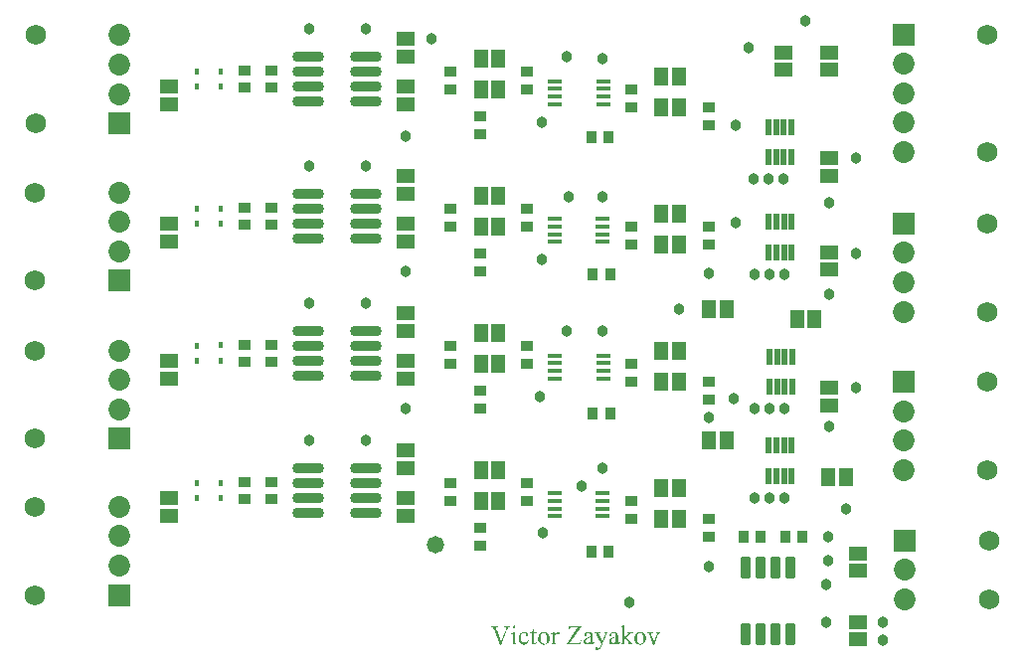
<source format=gbr>
%TF.GenerationSoftware,Altium Limited,Altium Designer,23.2.1 (34)*%
G04 Layer_Color=8388736*
%FSLAX45Y45*%
%MOMM*%
%TF.SameCoordinates,D2495298-5ADA-4058-9D5E-391355C30085*%
%TF.FilePolarity,Negative*%
%TF.FileFunction,Soldermask,Top*%
%TF.Part,Single*%
G01*
G75*
%TA.AperFunction,SMDPad,CuDef*%
%ADD13R,1.25650X0.41798*%
G04:AMPARAMS|DCode=14|XSize=1.2565mm|YSize=0.41798mm|CornerRadius=0.20899mm|HoleSize=0mm|Usage=FLASHONLY|Rotation=0.000|XOffset=0mm|YOffset=0mm|HoleType=Round|Shape=RoundedRectangle|*
%AMROUNDEDRECTD14*
21,1,1.25650,0.00000,0,0,0.0*
21,1,0.83852,0.41798,0,0,0.0*
1,1,0.41798,0.41926,0.00000*
1,1,0.41798,-0.41926,0.00000*
1,1,0.41798,-0.41926,0.00000*
1,1,0.41798,0.41926,0.00000*
%
%ADD14ROUNDEDRECTD14*%
%ADD16R,0.40000X0.48000*%
%ADD31R,1.30320X1.60320*%
%ADD32R,1.60320X1.30320*%
%ADD33R,0.60320X1.42320*%
%ADD34R,1.10320X0.90320*%
%ADD35O,2.70320X0.90320*%
%ADD36R,0.90320X1.10320*%
G04:AMPARAMS|DCode=37|XSize=0.8532mm|YSize=1.8532mm|CornerRadius=0.15035mm|HoleSize=0mm|Usage=FLASHONLY|Rotation=0.000|XOffset=0mm|YOffset=0mm|HoleType=Round|Shape=RoundedRectangle|*
%AMROUNDEDRECTD37*
21,1,0.85320,1.55250,0,0,0.0*
21,1,0.55250,1.85320,0,0,0.0*
1,1,0.30070,0.27625,-0.77625*
1,1,0.30070,-0.27625,-0.77625*
1,1,0.30070,-0.27625,0.77625*
1,1,0.30070,0.27625,0.77625*
%
%ADD37ROUNDEDRECTD37*%
%TA.AperFunction,ComponentPad*%
%ADD38C,1.75240*%
%ADD39C,1.85240*%
%ADD40R,1.85240X1.85240*%
%TA.AperFunction,ViaPad*%
%ADD41C,0.96520*%
%ADD42C,1.47320*%
G36*
X7716710Y7079058D02*
X7717768Y7078882D01*
X7719002Y7078353D01*
X7720412Y7077824D01*
X7721823Y7076943D01*
X7723056Y7075885D01*
X7723233Y7075709D01*
X7723585Y7075356D01*
X7724114Y7074651D01*
X7724819Y7073594D01*
X7725348Y7072360D01*
X7725877Y7071126D01*
X7726229Y7069539D01*
X7726406Y7067777D01*
Y7067600D01*
Y7067071D01*
X7726229Y7066190D01*
X7726053Y7065132D01*
X7725524Y7063898D01*
X7724995Y7062488D01*
X7724114Y7061078D01*
X7723056Y7059844D01*
X7722880Y7059668D01*
X7722528Y7059315D01*
X7721823Y7058786D01*
X7720765Y7058258D01*
X7719531Y7057553D01*
X7718297Y7057024D01*
X7716710Y7056671D01*
X7714948Y7056495D01*
X7714243D01*
X7713361Y7056671D01*
X7712304Y7056847D01*
X7711070Y7057376D01*
X7709659Y7057905D01*
X7708249Y7058786D01*
X7707015Y7059844D01*
X7706839Y7060020D01*
X7706486Y7060373D01*
X7705958Y7061078D01*
X7705429Y7062136D01*
X7704724Y7063193D01*
X7704195Y7064604D01*
X7703842Y7066190D01*
X7703666Y7067777D01*
Y7067953D01*
Y7068658D01*
X7703842Y7069539D01*
X7704019Y7070597D01*
X7704371Y7071831D01*
X7705076Y7073241D01*
X7705781Y7074651D01*
X7706839Y7075885D01*
X7707015Y7076062D01*
X7707368Y7076414D01*
X7708073Y7076943D01*
X7709131Y7077648D01*
X7710365Y7078177D01*
X7711598Y7078706D01*
X7713185Y7079058D01*
X7714948Y7079235D01*
X7715829D01*
X7716710Y7079058D01*
D02*
G37*
G36*
X8091121Y7025470D02*
X8092531Y7025118D01*
X8094294Y7024765D01*
X8095880Y7024060D01*
X8097643Y7023002D01*
X8099229Y7021769D01*
X8099406Y7021592D01*
X8099935Y7021063D01*
X8100463Y7020358D01*
X8101345Y7019301D01*
X8102050Y7018067D01*
X8102579Y7016657D01*
X8103107Y7014894D01*
X8103284Y7013131D01*
Y7012955D01*
Y7012426D01*
X8103107Y7011721D01*
X8102931Y7010663D01*
X8102579Y7009429D01*
X8102050Y7008372D01*
X8101345Y7007138D01*
X8100287Y7005904D01*
X8100111Y7005727D01*
X8099758Y7005375D01*
X8099229Y7005022D01*
X8098348Y7004493D01*
X8097290Y7003788D01*
X8096233Y7003436D01*
X8094823Y7003083D01*
X8093412Y7002907D01*
X8092707D01*
X8092002Y7003083D01*
X8090944Y7003436D01*
X8089534Y7003788D01*
X8088124Y7004493D01*
X8086361Y7005375D01*
X8084599Y7006609D01*
X8084422Y7006785D01*
X8083893Y7007138D01*
X8083012Y7007843D01*
X8081954Y7008548D01*
X8080720Y7009253D01*
X8079487Y7009958D01*
X8078429Y7010311D01*
X8077371Y7010487D01*
X8077019D01*
X8076137Y7010134D01*
X8074727Y7009605D01*
X8073846Y7008900D01*
X8072964Y7008195D01*
X8072788Y7008019D01*
X8072083Y7007314D01*
X8071202Y7006256D01*
X8069791Y7004670D01*
X8068381Y7002554D01*
X8066618Y6999910D01*
X8064679Y6996914D01*
X8062740Y6993212D01*
Y6944031D01*
Y6943855D01*
Y6943678D01*
Y6942621D01*
X8062917Y6941034D01*
X8063093Y6939095D01*
X8063269Y6936980D01*
X8063622Y6934864D01*
X8064150Y6932749D01*
X8064856Y6930986D01*
Y6930810D01*
X8065208Y6930458D01*
X8065561Y6929929D01*
X8066090Y6929224D01*
X8066795Y6928519D01*
X8067676Y6927637D01*
X8068734Y6926756D01*
X8069968Y6926051D01*
X8070144D01*
X8070673Y6925698D01*
X8071554Y6925522D01*
X8072788Y6925169D01*
X8074198Y6924817D01*
X8076137Y6924464D01*
X8078253Y6924288D01*
X8080720Y6924112D01*
Y6920057D01*
X8028190D01*
Y6924112D01*
X8029424D01*
X8030834Y6924288D01*
X8032597Y6924464D01*
X8036299Y6925169D01*
X8038062Y6925698D01*
X8039648Y6926403D01*
X8039824Y6926579D01*
X8040177Y6926756D01*
X8040530Y6927285D01*
X8041235Y6927813D01*
X8041763Y6928695D01*
X8042469Y6929752D01*
X8042997Y6930810D01*
X8043526Y6932220D01*
Y6932397D01*
X8043702Y6932749D01*
Y6933278D01*
X8043879Y6934336D01*
X8044055Y6935746D01*
Y6937685D01*
X8044231Y6940153D01*
Y6943149D01*
Y6982988D01*
Y6983164D01*
Y6983693D01*
Y6984574D01*
Y6985808D01*
Y6987218D01*
Y6988805D01*
X8044055Y6992330D01*
Y6996032D01*
X8043879Y6999381D01*
X8043702Y7000968D01*
Y7002202D01*
X8043526Y7003436D01*
X8043350Y7004141D01*
Y7004317D01*
X8043174Y7004670D01*
X8042997Y7005375D01*
X8042821Y7006080D01*
X8041940Y7007666D01*
X8040706Y7009077D01*
X8040353Y7009253D01*
X8039296Y7009958D01*
X8037885Y7010487D01*
X8035770Y7010663D01*
X8034536D01*
X8033478Y7010487D01*
X8032421Y7010311D01*
X8031011Y7009958D01*
X8028014Y7009077D01*
X8026956Y7013131D01*
X8057981Y7025647D01*
X8062740D01*
Y7002554D01*
X8062917Y7002907D01*
X8063269Y7003612D01*
X8063974Y7004670D01*
X8064856Y7006256D01*
X8066090Y7007843D01*
X8067500Y7009782D01*
X8069086Y7011897D01*
X8070849Y7014189D01*
X8074727Y7018419D01*
X8076842Y7020358D01*
X8079134Y7022121D01*
X8081602Y7023531D01*
X8084070Y7024589D01*
X8086538Y7025470D01*
X8089005Y7025647D01*
X8090063D01*
X8091121Y7025470D01*
D02*
G37*
G36*
X7804848D02*
X7806082D01*
X7807669Y7025294D01*
X7811018Y7024589D01*
X7815073Y7023708D01*
X7819127Y7022297D01*
X7823181Y7020182D01*
X7825120Y7018948D01*
X7827059Y7017538D01*
X7827236D01*
X7827412Y7017185D01*
X7828646Y7016128D01*
X7830232Y7014541D01*
X7831995Y7012426D01*
X7833758Y7009958D01*
X7835344Y7007138D01*
X7836578Y7004141D01*
X7836754Y7002554D01*
X7836931Y7000968D01*
Y7000792D01*
Y7000263D01*
X7836754Y6999381D01*
X7836578Y6998500D01*
X7836226Y6997266D01*
X7835697Y6996209D01*
X7834992Y6994975D01*
X7834110Y6993917D01*
X7833934Y6993741D01*
X7833581Y6993564D01*
X7833053Y6993212D01*
X7832171Y6992683D01*
X7831114Y6992154D01*
X7829703Y6991802D01*
X7828293Y6991625D01*
X7826530Y6991449D01*
X7825473D01*
X7824239Y6991625D01*
X7822829Y6991978D01*
X7821242Y6992507D01*
X7819479Y6993212D01*
X7818069Y6994269D01*
X7816659Y6995680D01*
Y6995856D01*
X7816306Y6996209D01*
X7815954Y6996737D01*
X7815601Y6997619D01*
X7815073Y6998853D01*
X7814544Y7000439D01*
X7814191Y7002378D01*
X7813839Y7004670D01*
Y7005022D01*
X7813662Y7005727D01*
X7813486Y7006961D01*
X7813133Y7008548D01*
X7812605Y7010134D01*
X7811723Y7011897D01*
X7810666Y7013484D01*
X7809432Y7014894D01*
X7809255Y7015070D01*
X7808727Y7015423D01*
X7807845Y7015951D01*
X7806611Y7016657D01*
X7805025Y7017362D01*
X7803262Y7017890D01*
X7801147Y7018243D01*
X7798679Y7018419D01*
X7797621D01*
X7796740Y7018243D01*
X7794801Y7018067D01*
X7792157Y7017362D01*
X7789336Y7016304D01*
X7786340Y7014894D01*
X7783343Y7012778D01*
X7781933Y7011368D01*
X7780699Y7009958D01*
X7780522Y7009782D01*
X7780346Y7009429D01*
X7779817Y7008900D01*
X7779288Y7008019D01*
X7778583Y7006961D01*
X7777878Y7005551D01*
X7776997Y7003965D01*
X7776292Y7002202D01*
X7775410Y7000263D01*
X7774529Y6998148D01*
X7773824Y6995680D01*
X7773119Y6993036D01*
X7772590Y6990391D01*
X7772061Y6987395D01*
X7771885Y6984222D01*
X7771709Y6980872D01*
Y6980696D01*
Y6979991D01*
Y6979110D01*
X7771885Y6977876D01*
X7772061Y6976113D01*
X7772237Y6974350D01*
X7772414Y6972235D01*
X7772766Y6969943D01*
X7773824Y6964831D01*
X7775587Y6959543D01*
X7776468Y6956723D01*
X7777702Y6953902D01*
X7779112Y6951082D01*
X7780699Y6948438D01*
X7780875Y6948261D01*
X7781051Y6947909D01*
X7781580Y6947204D01*
X7782285Y6946322D01*
X7783343Y6945088D01*
X7784400Y6944031D01*
X7785634Y6942621D01*
X7787045Y6941387D01*
X7788807Y6940153D01*
X7790570Y6938743D01*
X7794801Y6936627D01*
X7797092Y6935570D01*
X7799560Y6934864D01*
X7802204Y6934512D01*
X7805025Y6934336D01*
X7806082D01*
X7806964Y6934512D01*
X7807845D01*
X7808903Y6934688D01*
X7811547Y6935217D01*
X7814720Y6936098D01*
X7817893Y6937509D01*
X7821418Y6939271D01*
X7824768Y6941739D01*
X7825120Y6941916D01*
X7825825Y6942797D01*
X7827059Y6944031D01*
X7828469Y6945970D01*
X7830409Y6948614D01*
X7831290Y6950200D01*
X7832348Y6951787D01*
X7833405Y6953726D01*
X7834463Y6955841D01*
X7835697Y6958133D01*
X7836754Y6960601D01*
X7839927Y6959014D01*
Y6958838D01*
X7839751Y6958133D01*
X7839399Y6957075D01*
X7839046Y6955665D01*
X7838517Y6953902D01*
X7837988Y6951963D01*
X7837107Y6949848D01*
X7836226Y6947380D01*
X7834110Y6942444D01*
X7831290Y6937156D01*
X7827764Y6932044D01*
X7825649Y6929752D01*
X7823534Y6927637D01*
X7823357Y6927461D01*
X7823005Y6927108D01*
X7822300Y6926579D01*
X7821418Y6926051D01*
X7820361Y6925169D01*
X7818951Y6924288D01*
X7817364Y6923230D01*
X7815778Y6922349D01*
X7811723Y6920234D01*
X7807316Y6918647D01*
X7804848Y6917942D01*
X7802204Y6917413D01*
X7799560Y6917061D01*
X7796916Y6916884D01*
X7796211D01*
X7795153Y6917061D01*
X7793919D01*
X7792509Y6917413D01*
X7790746Y6917589D01*
X7788807Y6918118D01*
X7786516Y6918647D01*
X7784224Y6919528D01*
X7781756Y6920410D01*
X7779288Y6921644D01*
X7776644Y6923054D01*
X7774000Y6924817D01*
X7771532Y6926756D01*
X7768888Y6928871D01*
X7766420Y6931515D01*
X7766244Y6931691D01*
X7765892Y6932220D01*
X7765186Y6933102D01*
X7764481Y6934159D01*
X7763424Y6935746D01*
X7762366Y6937509D01*
X7761132Y6939624D01*
X7760074Y6941916D01*
X7758840Y6944736D01*
X7757607Y6947556D01*
X7756549Y6950906D01*
X7755491Y6954431D01*
X7754786Y6958309D01*
X7754081Y6962364D01*
X7753728Y6966594D01*
X7753552Y6971177D01*
Y6971530D01*
Y6972235D01*
X7753728Y6973469D01*
Y6975232D01*
X7754081Y6977171D01*
X7754257Y6979639D01*
X7754786Y6982283D01*
X7755315Y6985103D01*
X7756020Y6988276D01*
X7757078Y6991449D01*
X7758135Y6994622D01*
X7759546Y6997971D01*
X7761132Y7001321D01*
X7763071Y7004493D01*
X7765363Y7007490D01*
X7767831Y7010487D01*
X7768007Y7010663D01*
X7768536Y7011192D01*
X7769241Y7011897D01*
X7770298Y7012778D01*
X7771709Y7014012D01*
X7773471Y7015246D01*
X7775410Y7016657D01*
X7777526Y7018067D01*
X7779994Y7019477D01*
X7782461Y7020887D01*
X7785458Y7022121D01*
X7788455Y7023355D01*
X7791628Y7024236D01*
X7795153Y7024941D01*
X7798679Y7025470D01*
X7802381Y7025647D01*
X7803791D01*
X7804848Y7025470D01*
D02*
G37*
G36*
X7679164Y7067777D02*
X7678811D01*
X7677754Y7067424D01*
X7676343Y7067071D01*
X7674581Y7066543D01*
X7672642Y7065838D01*
X7670526Y7064956D01*
X7668587Y7063722D01*
X7666824Y7062488D01*
X7666648Y7062312D01*
X7665767Y7061431D01*
X7664709Y7060197D01*
X7663299Y7058258D01*
X7661712Y7055966D01*
X7659950Y7052969D01*
X7658187Y7049620D01*
X7656424Y7045566D01*
X7603541Y6916708D01*
X7599311D01*
X7542550Y7047329D01*
Y7047505D01*
X7542374Y7047857D01*
X7542197Y7048210D01*
X7541845Y7048915D01*
X7541140Y7050678D01*
X7540082Y7052617D01*
X7539201Y7054732D01*
X7538143Y7056847D01*
X7537085Y7058434D01*
X7536733Y7059139D01*
X7536380Y7059668D01*
X7536204Y7059844D01*
X7535851Y7060197D01*
X7535322Y7060902D01*
X7534441Y7061607D01*
X7533383Y7062488D01*
X7532326Y7063546D01*
X7529505Y7065132D01*
X7529329Y7065309D01*
X7528800Y7065485D01*
X7527919Y7065838D01*
X7526685Y7066190D01*
X7525098Y7066719D01*
X7523159Y7067071D01*
X7520868Y7067424D01*
X7518400Y7067777D01*
Y7071831D01*
X7580449D01*
Y7067777D01*
X7579920D01*
X7579391Y7067600D01*
X7578686D01*
X7576924Y7067248D01*
X7574808Y7066895D01*
X7572517Y7066366D01*
X7570225Y7065838D01*
X7568286Y7064956D01*
X7566700Y7064075D01*
X7566523Y7063898D01*
X7566171Y7063546D01*
X7565642Y7063017D01*
X7565113Y7062312D01*
X7564584Y7061431D01*
X7564055Y7060373D01*
X7563703Y7058963D01*
X7563527Y7057553D01*
Y7057376D01*
X7563703Y7056495D01*
X7563879Y7055085D01*
X7564232Y7053322D01*
X7564761Y7050854D01*
X7565818Y7047857D01*
X7567052Y7044332D01*
X7568815Y7040101D01*
X7607419Y6951082D01*
X7643380Y7038867D01*
Y7039044D01*
X7643556Y7039396D01*
X7643909Y7040101D01*
X7644261Y7040983D01*
X7644614Y7042040D01*
X7644966Y7043274D01*
X7646024Y7046095D01*
X7646905Y7049091D01*
X7647787Y7052088D01*
X7648315Y7054732D01*
X7648492Y7055966D01*
Y7057024D01*
Y7057200D01*
Y7057553D01*
X7648315Y7058258D01*
X7648139Y7058963D01*
X7647787Y7059844D01*
X7647081Y7060902D01*
X7646376Y7062136D01*
X7645319Y7063193D01*
X7645142Y7063370D01*
X7644790Y7063722D01*
X7643909Y7064251D01*
X7642851Y7064780D01*
X7641264Y7065485D01*
X7639325Y7066190D01*
X7637034Y7066895D01*
X7634390Y7067424D01*
X7634037D01*
X7633332Y7067600D01*
X7632451Y7067777D01*
Y7071831D01*
X7679164D01*
Y7067777D01*
D02*
G37*
G36*
X8514007Y7018596D02*
X8513831D01*
X8513302Y7018420D01*
X8512597D01*
X8511715Y7018243D01*
X8509600Y7017538D01*
X8507661Y7016657D01*
X8507485D01*
X8507308Y7016481D01*
X8506251Y7015599D01*
X8505369Y7014894D01*
X8504664Y7014013D01*
X8503783Y7012955D01*
X8502725Y7011721D01*
X8502549Y7011369D01*
X8502196Y7010840D01*
X8501844Y7010135D01*
X8501315Y7008901D01*
X8500610Y7007490D01*
X8499905Y7005551D01*
X8498847Y7003084D01*
X8457070Y6900843D01*
Y6900667D01*
X8456717Y6900138D01*
X8456541Y6899433D01*
X8456012Y6898376D01*
X8455307Y6897142D01*
X8454602Y6895731D01*
X8452839Y6892558D01*
X8450547Y6888857D01*
X8447903Y6885155D01*
X8444730Y6881629D01*
X8441205Y6878456D01*
X8441029D01*
X8440852Y6878104D01*
X8440323Y6877751D01*
X8439618Y6877222D01*
X8437679Y6875989D01*
X8435211Y6874578D01*
X8432391Y6873168D01*
X8429218Y6871934D01*
X8425869Y6871053D01*
X8424106Y6870877D01*
X8422343Y6870700D01*
X8421286D01*
X8420052Y6870877D01*
X8418642Y6871229D01*
X8416879Y6871582D01*
X8415116Y6872287D01*
X8413353Y6873344D01*
X8411590Y6874578D01*
X8411414Y6874755D01*
X8410885Y6875283D01*
X8410180Y6875989D01*
X8409475Y6877222D01*
X8408770Y6878456D01*
X8408065Y6879867D01*
X8407536Y6881629D01*
X8407360Y6883392D01*
Y6883568D01*
Y6884097D01*
X8407536Y6884979D01*
X8407712Y6886036D01*
X8408065Y6887270D01*
X8408594Y6888504D01*
X8409299Y6889738D01*
X8410357Y6890796D01*
X8410533Y6890972D01*
X8410885Y6891325D01*
X8411590Y6891677D01*
X8412472Y6892206D01*
X8413706Y6892735D01*
X8415116Y6893264D01*
X8416879Y6893440D01*
X8418818Y6893616D01*
X8419523D01*
X8420404Y6893440D01*
X8421462Y6893264D01*
X8422872Y6893087D01*
X8424635Y6892735D01*
X8426574Y6892030D01*
X8428866Y6891325D01*
X8429042D01*
X8429571Y6891148D01*
X8430452Y6890796D01*
X8431333Y6890619D01*
X8433272Y6889914D01*
X8433978Y6889738D01*
X8435035D01*
X8435740Y6889914D01*
X8436622Y6890267D01*
X8437679Y6890619D01*
X8438913Y6891148D01*
X8440323Y6892030D01*
X8441734Y6893264D01*
X8441910Y6893440D01*
X8442439Y6893969D01*
X8443320Y6894850D01*
X8444202Y6896260D01*
X8445435Y6898023D01*
X8446846Y6900315D01*
X8448256Y6903135D01*
X8449842Y6906484D01*
X8457070Y6924288D01*
X8420228Y7001321D01*
Y7001497D01*
X8419875Y7002026D01*
X8419523Y7002731D01*
X8418818Y7003789D01*
X8418113Y7005023D01*
X8417231Y7006609D01*
X8415997Y7008196D01*
X8414763Y7010135D01*
X8414587Y7010311D01*
X8414411Y7010840D01*
X8413882Y7011369D01*
X8413177Y7012250D01*
X8411767Y7014013D01*
X8410885Y7014718D01*
X8410180Y7015423D01*
X8410004D01*
X8409651Y7015775D01*
X8409123Y7016128D01*
X8408241Y7016481D01*
X8407007Y7017009D01*
X8405597Y7017538D01*
X8404011Y7018067D01*
X8401895Y7018596D01*
Y7022650D01*
X8449842D01*
Y7018596D01*
X8446669D01*
X8445788Y7018420D01*
X8444730Y7018243D01*
X8442263Y7017714D01*
X8441029Y7017009D01*
X8439971Y7016304D01*
X8439795Y7016128D01*
X8439618Y7015952D01*
X8439266Y7015423D01*
X8438737Y7014894D01*
X8437856Y7013131D01*
X8437679Y7012074D01*
X8437503Y7010840D01*
Y7010663D01*
Y7009958D01*
X8437679Y7009077D01*
X8438032Y7007667D01*
X8438384Y7005904D01*
X8439090Y7003789D01*
X8439971Y7001497D01*
X8441205Y6998677D01*
X8466236Y6946851D01*
X8489152Y7003612D01*
Y7003789D01*
X8489504Y7004494D01*
X8489681Y7005375D01*
X8490033Y7006433D01*
X8490386Y7007843D01*
X8490562Y7009429D01*
X8490915Y7012779D01*
Y7012955D01*
Y7013131D01*
Y7013836D01*
X8490562Y7014894D01*
X8490210Y7015775D01*
X8490033Y7015952D01*
X8489504Y7016481D01*
X8488623Y7017186D01*
X8487389Y7017714D01*
X8487037Y7017891D01*
X8486508Y7018067D01*
X8485803Y7018243D01*
X8484921D01*
X8483687Y7018420D01*
X8482277Y7018596D01*
X8480691D01*
Y7022650D01*
X8514007D01*
Y7018596D01*
D02*
G37*
G36*
X8958575D02*
X8958399D01*
X8957694Y7018420D01*
X8956636D01*
X8955402Y7018067D01*
X8952758Y7017362D01*
X8951524Y7016833D01*
X8950466Y7016128D01*
X8950290Y7015952D01*
X8949761Y7015423D01*
X8949056Y7014718D01*
X8948175Y7013484D01*
X8947117Y7011897D01*
X8945883Y7009958D01*
X8944649Y7007667D01*
X8943415Y7004846D01*
X8907279Y6916885D01*
X8902695D01*
X8866206Y7003260D01*
X8866030Y7003612D01*
X8865854Y7004317D01*
X8865325Y7005375D01*
X8864620Y7006609D01*
X8863210Y7009606D01*
X8862328Y7011016D01*
X8861447Y7012074D01*
X8861271Y7012250D01*
X8861094Y7012602D01*
X8860565Y7012955D01*
X8859860Y7013660D01*
X8858098Y7015070D01*
X8855806Y7016657D01*
X8855630D01*
X8855453Y7016833D01*
X8854925Y7017009D01*
X8854220Y7017186D01*
X8853162Y7017538D01*
X8851752Y7017891D01*
X8850165Y7018243D01*
X8848226Y7018596D01*
Y7022650D01*
X8896349D01*
Y7018596D01*
X8892471D01*
X8891590Y7018420D01*
X8890709Y7018243D01*
X8888417Y7017714D01*
X8887359Y7017009D01*
X8886478Y7016304D01*
X8886302Y7016128D01*
X8886125Y7015952D01*
X8885773Y7015423D01*
X8885420Y7014894D01*
X8884539Y7012955D01*
X8884363Y7011897D01*
X8884186Y7010663D01*
Y7010487D01*
Y7009958D01*
X8884363Y7009077D01*
X8884539Y7008019D01*
X8884715Y7006609D01*
X8885244Y7005023D01*
X8885773Y7003260D01*
X8886654Y7001321D01*
X8910452Y6944736D01*
X8934425Y7003436D01*
X8934601Y7003789D01*
X8934778Y7004494D01*
X8935130Y7005551D01*
X8935659Y7006962D01*
X8936540Y7010135D01*
X8936717Y7011721D01*
X8936893Y7012955D01*
Y7013308D01*
X8936717Y7013836D01*
X8936540Y7014718D01*
X8936012Y7015599D01*
X8935835Y7015952D01*
X8935130Y7016481D01*
X8934073Y7017362D01*
X8932839Y7017891D01*
X8932662D01*
X8932486Y7018067D01*
X8931957D01*
X8931076Y7018243D01*
X8930018Y7018420D01*
X8928784D01*
X8927022Y7018596D01*
X8925082D01*
Y7022650D01*
X8958575D01*
Y7018596D01*
D02*
G37*
G36*
X8654499Y6977171D02*
X8680588Y7000968D01*
X8680764Y7001144D01*
X8680940Y7001321D01*
X8681998Y7002202D01*
X8683232Y7003436D01*
X8684995Y7005023D01*
X8686581Y7006609D01*
X8688168Y7008196D01*
X8689401Y7009606D01*
X8690283Y7010663D01*
X8690459Y7010840D01*
X8690812Y7011545D01*
X8690988Y7012250D01*
X8691164Y7013308D01*
Y7013484D01*
Y7013660D01*
X8690988Y7014718D01*
X8690283Y7015952D01*
X8689930Y7016657D01*
X8689225Y7017186D01*
X8688873Y7017362D01*
X8688520Y7017714D01*
X8687815Y7018067D01*
X8686934Y7018420D01*
X8685876Y7018596D01*
X8684642Y7018948D01*
X8683232Y7019125D01*
Y7022650D01*
X8727830D01*
Y7019125D01*
X8726948D01*
X8726243Y7018948D01*
X8724657D01*
X8722541Y7018596D01*
X8720073Y7018243D01*
X8717429Y7017714D01*
X8714961Y7017009D01*
X8712494Y7016128D01*
X8712141Y7015952D01*
X8711436Y7015599D01*
X8710202Y7015070D01*
X8708439Y7014013D01*
X8706500Y7012779D01*
X8704209Y7011192D01*
X8701741Y7009253D01*
X8699097Y7006962D01*
X8672655Y6982636D01*
X8698920Y6949319D01*
X8699097Y6949143D01*
X8699449Y6948791D01*
X8699978Y6948085D01*
X8700683Y6947204D01*
X8701565Y6946146D01*
X8702622Y6944912D01*
X8704914Y6942092D01*
X8707382Y6939095D01*
X8709849Y6936275D01*
X8712141Y6933807D01*
X8713022Y6932749D01*
X8713904Y6931868D01*
X8714080Y6931692D01*
X8714785Y6930987D01*
X8715843Y6930105D01*
X8717077Y6929048D01*
X8718487Y6927990D01*
X8720073Y6926932D01*
X8721660Y6925875D01*
X8723246Y6925170D01*
X8723423D01*
X8723775Y6924993D01*
X8724480Y6924817D01*
X8725538Y6924641D01*
X8726948Y6924464D01*
X8728535Y6924288D01*
X8730650Y6924112D01*
X8733118D01*
Y6920058D01*
X8683232D01*
Y6924112D01*
X8684642D01*
X8685523Y6924288D01*
X8687462Y6924641D01*
X8688168Y6924817D01*
X8688873Y6925170D01*
X8689049Y6925346D01*
X8689754Y6926051D01*
X8690283Y6927109D01*
X8690459Y6928519D01*
Y6928695D01*
Y6929048D01*
X8690283Y6929576D01*
X8689930Y6930634D01*
X8689401Y6931692D01*
X8688520Y6933102D01*
X8687462Y6934865D01*
X8686052Y6936804D01*
X8654499Y6976995D01*
Y6943150D01*
Y6942973D01*
Y6942797D01*
Y6942268D01*
Y6941563D01*
Y6939800D01*
X8654675Y6937685D01*
X8654851Y6935570D01*
X8655028Y6933278D01*
X8655380Y6931339D01*
X8655733Y6929929D01*
Y6929753D01*
X8656085Y6929400D01*
X8656262Y6928871D01*
X8656790Y6928166D01*
X8658024Y6926580D01*
X8659787Y6925346D01*
X8659963D01*
X8660316Y6925170D01*
X8661021Y6924993D01*
X8662255Y6924817D01*
X8663665Y6924464D01*
X8665604Y6924288D01*
X8668072Y6924112D01*
X8671069D01*
Y6920058D01*
X8619067D01*
Y6924112D01*
X8620301D01*
X8621711Y6924288D01*
X8623474D01*
X8625237Y6924464D01*
X8627176Y6924817D01*
X8629115Y6925346D01*
X8630702Y6925875D01*
X8630878D01*
X8631054Y6926051D01*
X8631935Y6926756D01*
X8633169Y6927990D01*
X8634227Y6929753D01*
Y6929929D01*
X8634580Y6930458D01*
X8634756Y6931339D01*
X8635108Y6932749D01*
X8635461Y6934512D01*
X8635637Y6936804D01*
X8635990Y6939448D01*
Y6942621D01*
Y7036047D01*
Y7036223D01*
Y7036752D01*
Y7037634D01*
Y7038868D01*
Y7040278D01*
Y7041864D01*
X8635814Y7045390D01*
Y7049092D01*
X8635637Y7052617D01*
X8635461Y7054204D01*
Y7055438D01*
X8635285Y7056671D01*
X8635108Y7057553D01*
Y7057729D01*
X8634932Y7058258D01*
X8634756Y7058787D01*
X8634580Y7059668D01*
X8633698Y7061431D01*
X8633169Y7062136D01*
X8632464Y7062841D01*
X8632112Y7063017D01*
X8631230Y7063722D01*
X8629820Y7064251D01*
X8627881Y7064428D01*
X8626823D01*
X8626118Y7064251D01*
X8625237Y7064075D01*
X8624003Y7063722D01*
X8622593Y7063194D01*
X8620830Y7062665D01*
X8619067Y7066719D01*
X8649211Y7079235D01*
X8654499D01*
Y6977171D01*
D02*
G37*
G36*
X8191245Y6929224D02*
X8254881Y6929224D01*
X8255763Y6929400D01*
X8256996D01*
X8258407Y6929576D01*
X8261580Y6929929D01*
X8265105Y6930810D01*
X8268807Y6931868D01*
X8272156Y6933278D01*
X8275329Y6935394D01*
X8275505D01*
X8275682Y6935746D01*
X8276034Y6936099D01*
X8276563Y6936627D01*
X8277268Y6937509D01*
X8278150Y6938390D01*
X8279031Y6939624D01*
X8279912Y6941034D01*
X8280970Y6942621D01*
X8282028Y6944384D01*
X8283262Y6946499D01*
X8284495Y6948791D01*
X8285553Y6951435D01*
X8286787Y6954255D01*
X8288021Y6957428D01*
X8289079Y6960777D01*
X8292780Y6960248D01*
X8285553Y6920058D01*
X8162160Y6920057D01*
Y6924112D01*
X8259464Y7062841D01*
X8208873Y7062841D01*
X8206758Y7062665D01*
X8204114Y7062488D01*
X8201293Y7062136D01*
X8198473Y7061783D01*
X8195652Y7061078D01*
X8193361Y7060197D01*
X8193185Y7060020D01*
X8192479Y7059668D01*
X8191422Y7059139D01*
X8190364Y7058258D01*
X8188954Y7057200D01*
X8187544Y7055790D01*
X8186310Y7054203D01*
X8185076Y7052441D01*
X8184900Y7052264D01*
X8184547Y7051383D01*
X8184018Y7050149D01*
X8183313Y7048210D01*
X8182608Y7045742D01*
X8182255Y7044332D01*
X8181727Y7042569D01*
X8181374Y7040630D01*
X8180845Y7038691D01*
X8180316Y7036399D01*
X8179964Y7033932D01*
X8175733D01*
X8178906Y7071831D01*
X8291194Y7071831D01*
X8191245Y6929224D01*
D02*
G37*
G36*
X7724467Y6943149D02*
Y6942973D01*
Y6942797D01*
Y6942268D01*
Y6941563D01*
Y6939976D01*
X7724643Y6937861D01*
X7724819Y6935746D01*
X7724995Y6933631D01*
X7725348Y6931691D01*
X7725701Y6930281D01*
Y6930105D01*
X7726053Y6929752D01*
X7726229Y6929224D01*
X7726758Y6928519D01*
X7727992Y6926932D01*
X7729755Y6925522D01*
X7729931D01*
X7730284Y6925346D01*
X7730989Y6925169D01*
X7732047Y6924817D01*
X7733457Y6924640D01*
X7735219Y6924288D01*
X7737335Y6924112D01*
X7739979D01*
Y6920057D01*
X7690269D01*
Y6924112D01*
X7692737D01*
X7694323Y6924288D01*
X7697496Y6924640D01*
X7699083Y6924993D01*
X7700141Y6925522D01*
X7700317D01*
X7700669Y6925874D01*
X7701727Y6926579D01*
X7702961Y6928166D01*
X7703666Y6929047D01*
X7704371Y6930281D01*
Y6930458D01*
X7704547Y6930986D01*
X7704900Y6931868D01*
X7705253Y6933102D01*
X7705429Y6934864D01*
X7705781Y6937156D01*
X7705958Y6939800D01*
Y6943149D01*
Y6982812D01*
Y6982988D01*
Y6983517D01*
Y6984398D01*
Y6985456D01*
Y6986866D01*
Y6988276D01*
X7705781Y6991802D01*
Y6995327D01*
X7705605Y6998853D01*
X7705429Y7000439D01*
X7705253Y7002026D01*
X7705076Y7003260D01*
X7704900Y7004317D01*
Y7004493D01*
X7704724Y7004846D01*
X7704547Y7005551D01*
X7704195Y7006256D01*
X7703490Y7007843D01*
X7702961Y7008724D01*
X7702256Y7009253D01*
X7701903Y7009429D01*
X7701198Y7009958D01*
X7699788Y7010487D01*
X7697849Y7010663D01*
X7696615D01*
X7695734Y7010487D01*
X7694500Y7010311D01*
X7693266Y7009958D01*
X7690093Y7009077D01*
X7688683Y7013131D01*
X7719531Y7025647D01*
X7724467D01*
Y6943149D01*
D02*
G37*
G36*
X7884349Y7022650D02*
X7908146D01*
Y7015070D01*
X7884349Y7014894D01*
Y6948261D01*
Y6948085D01*
Y6947909D01*
Y6947380D01*
Y6946675D01*
X7884525Y6944912D01*
X7884702Y6942797D01*
X7885054Y6940505D01*
X7885583Y6938390D01*
X7886288Y6936275D01*
X7887169Y6934688D01*
X7887346Y6934512D01*
X7887698Y6934159D01*
X7888227Y6933631D01*
X7889108Y6933102D01*
X7890166Y6932397D01*
X7891400Y6931868D01*
X7892810Y6931515D01*
X7894397Y6931339D01*
X7895102D01*
X7895807Y6931515D01*
X7896688Y6931691D01*
X7898980Y6932220D01*
X7900390Y6932749D01*
X7901624Y6933454D01*
X7901800Y6933631D01*
X7902153Y6933807D01*
X7902858Y6934512D01*
X7903563Y6935217D01*
X7904444Y6936098D01*
X7905502Y6937332D01*
X7906383Y6938743D01*
X7907089Y6940329D01*
X7911495D01*
Y6940153D01*
X7911319Y6939800D01*
X7911143Y6939271D01*
X7910790Y6938566D01*
X7909909Y6936451D01*
X7908499Y6934159D01*
X7906912Y6931339D01*
X7904973Y6928695D01*
X7902858Y6926051D01*
X7900214Y6923759D01*
X7899861Y6923583D01*
X7898980Y6922878D01*
X7897570Y6921996D01*
X7895807Y6921115D01*
X7893515Y6920057D01*
X7891047Y6919176D01*
X7888403Y6918471D01*
X7885583Y6918295D01*
X7884702D01*
X7883644Y6918471D01*
X7882410Y6918647D01*
X7880823Y6919000D01*
X7879061Y6919528D01*
X7877298Y6920234D01*
X7875359Y6921115D01*
X7875183Y6921291D01*
X7874478Y6921644D01*
X7873596Y6922349D01*
X7872538Y6923230D01*
X7871481Y6924288D01*
X7870247Y6925698D01*
X7869189Y6927285D01*
X7868132Y6929224D01*
X7867955Y6929400D01*
X7867779Y6930281D01*
X7867426Y6931515D01*
X7867074Y6933278D01*
X7866545Y6935746D01*
X7866193Y6938566D01*
X7866016Y6941916D01*
X7865840Y6945794D01*
Y7015070D01*
X7849623D01*
Y7018596D01*
X7849975Y7018772D01*
X7850680Y7019124D01*
X7851914Y7019653D01*
X7853501Y7020535D01*
X7855263Y7021769D01*
X7857379Y7023179D01*
X7859670Y7024941D01*
X7861962Y7026881D01*
X7862314Y7027233D01*
X7863020Y7027938D01*
X7864254Y7029172D01*
X7865840Y7030759D01*
X7867603Y7032874D01*
X7869542Y7035166D01*
X7871657Y7037810D01*
X7873596Y7040630D01*
X7873772Y7040806D01*
X7874125Y7041511D01*
X7874654Y7042569D01*
X7875535Y7044156D01*
X7876593Y7046271D01*
X7877827Y7049091D01*
X7879237Y7052441D01*
X7880823Y7056319D01*
X7884349D01*
Y7022650D01*
D02*
G37*
G36*
X8568124Y7025471D02*
X8569534D01*
X8572707Y7025118D01*
X8576232Y7024413D01*
X8579934Y7023708D01*
X8583636Y7022474D01*
X8587161Y7020887D01*
X8587514Y7020711D01*
X8588219Y7020182D01*
X8589453Y7019477D01*
X8590863Y7018243D01*
X8592450Y7016833D01*
X8594036Y7014894D01*
X8595623Y7012779D01*
X8596857Y7010135D01*
X8597033Y7009958D01*
X8597209Y7009077D01*
X8597562Y7007843D01*
X8597914Y7005904D01*
X8598090Y7004670D01*
X8598267Y7003260D01*
X8598443Y7001673D01*
X8598619Y6999734D01*
X8598796Y6997795D01*
X8598972Y6995504D01*
Y6993036D01*
Y6990392D01*
Y6955665D01*
Y6955489D01*
Y6954960D01*
Y6954255D01*
Y6953374D01*
Y6952140D01*
Y6950906D01*
Y6947909D01*
X8599148Y6944912D01*
Y6941916D01*
X8599324Y6940506D01*
Y6939448D01*
X8599501Y6938390D01*
Y6937685D01*
Y6937509D01*
X8599677Y6937156D01*
Y6936627D01*
X8599853Y6935922D01*
X8600558Y6934336D01*
X8600911Y6933807D01*
X8601263Y6933278D01*
X8601440Y6933102D01*
X8602145Y6932749D01*
X8603203Y6932397D01*
X8604260Y6932221D01*
X8604613D01*
X8605318Y6932397D01*
X8606375Y6932573D01*
X8607433Y6932926D01*
X8607609D01*
X8607962Y6933278D01*
X8608491Y6933807D01*
X8609372Y6934512D01*
X8610606Y6935570D01*
X8612193Y6936980D01*
X8614308Y6938919D01*
X8616599Y6941211D01*
Y6934865D01*
X8616423Y6934688D01*
X8616071Y6934160D01*
X8615366Y6933278D01*
X8614484Y6932221D01*
X8613250Y6930987D01*
X8612016Y6929576D01*
X8608843Y6926580D01*
X8605142Y6923407D01*
X8603203Y6921997D01*
X8601087Y6920763D01*
X8598972Y6919705D01*
X8596857Y6918824D01*
X8594565Y6918295D01*
X8592450Y6918118D01*
X8591568D01*
X8590511Y6918295D01*
X8589277Y6918647D01*
X8587866Y6919000D01*
X8586456Y6919705D01*
X8585046Y6920586D01*
X8583636Y6921820D01*
X8583460Y6921997D01*
X8583107Y6922525D01*
X8582578Y6923583D01*
X8582049Y6924993D01*
X8581521Y6926756D01*
X8580992Y6929048D01*
X8580639Y6931692D01*
X8580463Y6934865D01*
X8580287Y6934688D01*
X8579758Y6934336D01*
X8579053Y6933631D01*
X8577995Y6932926D01*
X8576585Y6931868D01*
X8575175Y6930810D01*
X8572002Y6928519D01*
X8568652Y6925875D01*
X8565303Y6923583D01*
X8563893Y6922702D01*
X8562483Y6921820D01*
X8561425Y6921115D01*
X8560544Y6920586D01*
X8560191Y6920410D01*
X8559486Y6920234D01*
X8558252Y6919705D01*
X8556666Y6919352D01*
X8554903Y6918824D01*
X8552611Y6918295D01*
X8550320Y6918118D01*
X8547852Y6917942D01*
X8546794D01*
X8546089Y6918118D01*
X8544150Y6918295D01*
X8541682Y6918824D01*
X8538862Y6919705D01*
X8535865Y6920939D01*
X8533045Y6922702D01*
X8530224Y6925170D01*
X8529872Y6925522D01*
X8529167Y6926403D01*
X8528109Y6928166D01*
X8526875Y6930282D01*
X8525641Y6932926D01*
X8524583Y6936275D01*
X8523878Y6939977D01*
X8523526Y6944207D01*
Y6944384D01*
Y6944560D01*
Y6945441D01*
X8523702Y6946851D01*
X8523878Y6948614D01*
X8524407Y6950730D01*
X8524936Y6952845D01*
X8525817Y6955136D01*
X8526875Y6957252D01*
Y6957428D01*
X8527051Y6957604D01*
X8527756Y6958486D01*
X8528814Y6960072D01*
X8530577Y6961835D01*
X8532692Y6964127D01*
X8535336Y6966418D01*
X8538685Y6969062D01*
X8542564Y6971530D01*
X8542740D01*
X8543092Y6971883D01*
X8543797Y6972235D01*
X8544855Y6972764D01*
X8546089Y6973469D01*
X8547676Y6974174D01*
X8549438Y6975056D01*
X8551554Y6976113D01*
X8554022Y6977171D01*
X8556842Y6978405D01*
X8560015Y6979815D01*
X8563364Y6981225D01*
X8567066Y6982812D01*
X8571297Y6984398D01*
X8575703Y6986161D01*
X8580463Y6987924D01*
Y6991802D01*
Y6991978D01*
Y6992507D01*
Y6993212D01*
Y6994270D01*
X8580287Y6995504D01*
Y6997090D01*
X8579934Y7000263D01*
X8579229Y7003789D01*
X8578348Y7007314D01*
X8577114Y7010487D01*
X8576409Y7011721D01*
X8575527Y7012955D01*
X8575351Y7013131D01*
X8574646Y7013836D01*
X8573588Y7014718D01*
X8572002Y7015952D01*
X8570063Y7017009D01*
X8567595Y7017891D01*
X8564774Y7018596D01*
X8561425Y7018772D01*
X8560367D01*
X8558957Y7018596D01*
X8557547Y7018243D01*
X8555784Y7017891D01*
X8553845Y7017186D01*
X8552082Y7016128D01*
X8550320Y7014894D01*
X8550143Y7014718D01*
X8549615Y7014189D01*
X8548909Y7013484D01*
X8548204Y7012426D01*
X8547499Y7011016D01*
X8546794Y7009606D01*
X8546265Y7007843D01*
X8546089Y7006080D01*
X8546442Y6999734D01*
Y6999558D01*
Y6998853D01*
X8546265Y6997972D01*
X8546089Y6996738D01*
X8545737Y6995504D01*
X8545208Y6994093D01*
X8544503Y6992860D01*
X8543621Y6991626D01*
X8543445Y6991449D01*
X8543092Y6991273D01*
X8542564Y6990744D01*
X8541858Y6990392D01*
X8540801Y6989863D01*
X8539567Y6989334D01*
X8538333Y6989158D01*
X8536746Y6988981D01*
X8536041D01*
X8535336Y6989158D01*
X8534455Y6989334D01*
X8533397Y6989687D01*
X8532163Y6990215D01*
X8531106Y6990920D01*
X8530048Y6991802D01*
X8529872Y6991978D01*
X8529695Y6992331D01*
X8529167Y6993036D01*
X8528814Y6993917D01*
X8528285Y6994975D01*
X8527756Y6996385D01*
X8527580Y6997972D01*
X8527404Y6999734D01*
Y6999911D01*
Y7000087D01*
Y7000616D01*
X8527580Y7001321D01*
X8527933Y7003260D01*
X8528638Y7005551D01*
X8529695Y7008372D01*
X8531458Y7011369D01*
X8532692Y7012955D01*
X8533926Y7014365D01*
X8535336Y7015952D01*
X8537099Y7017538D01*
X8537275Y7017714D01*
X8537628Y7017891D01*
X8538157Y7018243D01*
X8538862Y7018772D01*
X8539919Y7019477D01*
X8541153Y7020182D01*
X8542564Y7020887D01*
X8544326Y7021593D01*
X8546089Y7022298D01*
X8548204Y7023003D01*
X8550496Y7023708D01*
X8552964Y7024413D01*
X8555608Y7024942D01*
X8558428Y7025294D01*
X8561601Y7025647D01*
X8567066D01*
X8568124Y7025471D01*
D02*
G37*
G36*
X8351833D02*
X8353243D01*
X8356416Y7025118D01*
X8359942Y7024413D01*
X8363643Y7023708D01*
X8367345Y7022474D01*
X8370871Y7020887D01*
X8371223Y7020711D01*
X8371928Y7020182D01*
X8373162Y7019477D01*
X8374573Y7018243D01*
X8376159Y7016833D01*
X8377745Y7014894D01*
X8379332Y7012779D01*
X8380566Y7010135D01*
X8380742Y7009958D01*
X8380918Y7009077D01*
X8381271Y7007843D01*
X8381624Y7005904D01*
X8381800Y7004670D01*
X8381976Y7003260D01*
X8382152Y7001673D01*
X8382329Y6999734D01*
X8382505Y6997795D01*
X8382681Y6995504D01*
Y6993036D01*
Y6990392D01*
Y6955665D01*
Y6955489D01*
Y6954960D01*
Y6954255D01*
Y6953374D01*
Y6952140D01*
Y6950906D01*
Y6947909D01*
X8382858Y6944912D01*
Y6941916D01*
X8383034Y6940506D01*
Y6939448D01*
X8383210Y6938390D01*
Y6937685D01*
Y6937509D01*
X8383386Y6937156D01*
Y6936627D01*
X8383563Y6935922D01*
X8384268Y6934336D01*
X8384620Y6933807D01*
X8384973Y6933278D01*
X8385149Y6933102D01*
X8385854Y6932749D01*
X8386912Y6932397D01*
X8387970Y6932221D01*
X8388322D01*
X8389027Y6932397D01*
X8390085Y6932573D01*
X8391142Y6932926D01*
X8391319D01*
X8391671Y6933278D01*
X8392200Y6933807D01*
X8393082Y6934512D01*
X8394315Y6935570D01*
X8395902Y6936980D01*
X8398017Y6938919D01*
X8400309Y6941211D01*
Y6934865D01*
X8400133Y6934688D01*
X8399780Y6934160D01*
X8399075Y6933278D01*
X8398194Y6932221D01*
X8396960Y6930987D01*
X8395726Y6929576D01*
X8392553Y6926580D01*
X8388851Y6923407D01*
X8386912Y6921997D01*
X8384797Y6920763D01*
X8382681Y6919705D01*
X8380566Y6918824D01*
X8378274Y6918295D01*
X8376159Y6918118D01*
X8375278D01*
X8374220Y6918295D01*
X8372986Y6918647D01*
X8371576Y6919000D01*
X8370166Y6919705D01*
X8368755Y6920586D01*
X8367345Y6921820D01*
X8367169Y6921997D01*
X8366816Y6922525D01*
X8366288Y6923583D01*
X8365759Y6924993D01*
X8365230Y6926756D01*
X8364701Y6929048D01*
X8364349Y6931692D01*
X8364172Y6934865D01*
X8363996Y6934688D01*
X8363467Y6934336D01*
X8362762Y6933631D01*
X8361704Y6932926D01*
X8360294Y6931868D01*
X8358884Y6930810D01*
X8355711Y6928519D01*
X8352362Y6925875D01*
X8349013Y6923583D01*
X8347602Y6922702D01*
X8346192Y6921820D01*
X8345134Y6921115D01*
X8344253Y6920586D01*
X8343901Y6920410D01*
X8343195Y6920234D01*
X8341961Y6919705D01*
X8340375Y6919352D01*
X8338612Y6918824D01*
X8336321Y6918295D01*
X8334029Y6918118D01*
X8331561Y6917942D01*
X8330504D01*
X8329798Y6918118D01*
X8327859Y6918295D01*
X8325392Y6918824D01*
X8322571Y6919705D01*
X8319574Y6920939D01*
X8316754Y6922702D01*
X8313934Y6925170D01*
X8313581Y6925522D01*
X8312876Y6926403D01*
X8311818Y6928166D01*
X8310584Y6930282D01*
X8309350Y6932926D01*
X8308293Y6936275D01*
X8307588Y6939977D01*
X8307235Y6944207D01*
Y6944384D01*
Y6944560D01*
Y6945441D01*
X8307411Y6946851D01*
X8307588Y6948614D01*
X8308116Y6950730D01*
X8308645Y6952845D01*
X8309527Y6955136D01*
X8310584Y6957252D01*
Y6957428D01*
X8310761Y6957604D01*
X8311466Y6958486D01*
X8312523Y6960072D01*
X8314286Y6961835D01*
X8316401Y6964127D01*
X8319046Y6966418D01*
X8322395Y6969062D01*
X8326273Y6971530D01*
X8326449D01*
X8326802Y6971883D01*
X8327507Y6972235D01*
X8328564Y6972764D01*
X8329798Y6973469D01*
X8331385Y6974174D01*
X8333148Y6975056D01*
X8335263Y6976113D01*
X8337731Y6977171D01*
X8340551Y6978405D01*
X8343724Y6979815D01*
X8347073Y6981225D01*
X8350775Y6982812D01*
X8355006Y6984398D01*
X8359413Y6986161D01*
X8364172Y6987924D01*
Y6991802D01*
Y6991978D01*
Y6992507D01*
Y6993212D01*
Y6994270D01*
X8363996Y6995504D01*
Y6997090D01*
X8363643Y7000263D01*
X8362938Y7003789D01*
X8362057Y7007314D01*
X8360823Y7010487D01*
X8360118Y7011721D01*
X8359237Y7012955D01*
X8359060Y7013131D01*
X8358355Y7013836D01*
X8357297Y7014718D01*
X8355711Y7015952D01*
X8353772Y7017009D01*
X8351304Y7017891D01*
X8348484Y7018596D01*
X8345134Y7018772D01*
X8344077D01*
X8342667Y7018596D01*
X8341256Y7018243D01*
X8339494Y7017891D01*
X8337555Y7017186D01*
X8335792Y7016128D01*
X8334029Y7014894D01*
X8333853Y7014718D01*
X8333324Y7014189D01*
X8332619Y7013484D01*
X8331914Y7012426D01*
X8331209Y7011016D01*
X8330504Y7009606D01*
X8329975Y7007843D01*
X8329798Y7006080D01*
X8330151Y6999734D01*
Y6999558D01*
Y6998853D01*
X8329975Y6997972D01*
X8329798Y6996738D01*
X8329446Y6995504D01*
X8328917Y6994093D01*
X8328212Y6992860D01*
X8327331Y6991626D01*
X8327154Y6991449D01*
X8326802Y6991273D01*
X8326273Y6990744D01*
X8325568Y6990392D01*
X8324510Y6989863D01*
X8323276Y6989334D01*
X8322042Y6989158D01*
X8320456Y6988981D01*
X8319751D01*
X8319046Y6989158D01*
X8318164Y6989334D01*
X8317107Y6989687D01*
X8315873Y6990215D01*
X8314815Y6990920D01*
X8313757Y6991802D01*
X8313581Y6991978D01*
X8313405Y6992331D01*
X8312876Y6993036D01*
X8312523Y6993917D01*
X8311995Y6994975D01*
X8311466Y6996385D01*
X8311289Y6997972D01*
X8311113Y6999734D01*
Y6999911D01*
Y7000087D01*
Y7000616D01*
X8311289Y7001321D01*
X8311642Y7003260D01*
X8312347Y7005551D01*
X8313405Y7008372D01*
X8315168Y7011369D01*
X8316401Y7012955D01*
X8317635Y7014365D01*
X8319046Y7015952D01*
X8320808Y7017538D01*
X8320985Y7017714D01*
X8321337Y7017891D01*
X8321866Y7018243D01*
X8322571Y7018772D01*
X8323629Y7019477D01*
X8324863Y7020182D01*
X8326273Y7020887D01*
X8328036Y7021593D01*
X8329798Y7022298D01*
X8331914Y7023003D01*
X8334205Y7023708D01*
X8336673Y7024413D01*
X8339317Y7024942D01*
X8342138Y7025294D01*
X8345311Y7025647D01*
X8350775D01*
X8351833Y7025471D01*
D02*
G37*
G36*
X8791465D02*
X8793052Y7025294D01*
X8794991Y7025118D01*
X8797282Y7024765D01*
X8799750Y7024237D01*
X8802571Y7023355D01*
X8805567Y7022474D01*
X8808564Y7021240D01*
X8811561Y7019830D01*
X8814734Y7018067D01*
X8817907Y7016128D01*
X8820903Y7013660D01*
X8823724Y7011016D01*
X8826544Y7007843D01*
X8826720Y7007667D01*
X8827073Y7007138D01*
X8827602Y7006256D01*
X8828483Y7005199D01*
X8829365Y7003789D01*
X8830422Y7002026D01*
X8831480Y7000087D01*
X8832538Y6997795D01*
X8833595Y6995327D01*
X8834829Y6992683D01*
X8835711Y6989863D01*
X8836592Y6986866D01*
X8837473Y6983517D01*
X8838002Y6980168D01*
X8838355Y6976818D01*
X8838531Y6973117D01*
Y6972940D01*
Y6972588D01*
Y6971706D01*
X8838355Y6970825D01*
Y6969415D01*
X8838178Y6968005D01*
X8838002Y6966418D01*
X8837650Y6964479D01*
X8836944Y6960248D01*
X8835711Y6955489D01*
X8834124Y6950553D01*
X8831832Y6945265D01*
Y6945089D01*
X8831480Y6944736D01*
X8831127Y6943855D01*
X8830599Y6942973D01*
X8829893Y6941739D01*
X8829188Y6940506D01*
X8827073Y6937333D01*
X8824605Y6933807D01*
X8821432Y6930282D01*
X8817730Y6926932D01*
X8813676Y6923936D01*
X8813500D01*
X8813147Y6923583D01*
X8812442Y6923231D01*
X8811561Y6922878D01*
X8810503Y6922349D01*
X8809269Y6921644D01*
X8807683Y6921115D01*
X8806096Y6920410D01*
X8802218Y6919176D01*
X8797987Y6917942D01*
X8793052Y6917237D01*
X8787940Y6916885D01*
X8786882D01*
X8785648Y6917061D01*
X8784062Y6917237D01*
X8782123Y6917413D01*
X8779831Y6917942D01*
X8777363Y6918471D01*
X8774543Y6919176D01*
X8771722Y6920234D01*
X8768726Y6921291D01*
X8765729Y6922878D01*
X8762556Y6924641D01*
X8759559Y6926756D01*
X8756563Y6929224D01*
X8753742Y6932044D01*
X8751098Y6935217D01*
X8750922Y6935394D01*
X8750569Y6935922D01*
X8750040Y6936804D01*
X8749335Y6938038D01*
X8748454Y6939448D01*
X8747396Y6941211D01*
X8746515Y6943150D01*
X8745457Y6945441D01*
X8744223Y6947909D01*
X8743342Y6950730D01*
X8742284Y6953550D01*
X8741403Y6956723D01*
X8740698Y6959896D01*
X8740169Y6963245D01*
X8739816Y6966771D01*
X8739640Y6970296D01*
Y6970472D01*
Y6971001D01*
Y6971706D01*
X8739816Y6972764D01*
Y6973998D01*
X8739993Y6975584D01*
X8740169Y6977171D01*
X8740522Y6979110D01*
X8741403Y6983341D01*
X8742461Y6988100D01*
X8744223Y6993212D01*
X8746515Y6998324D01*
Y6998500D01*
X8746867Y6999029D01*
X8747220Y6999734D01*
X8747749Y7000616D01*
X8748454Y7001850D01*
X8749335Y7003084D01*
X8751451Y7006080D01*
X8754095Y7009429D01*
X8757268Y7012955D01*
X8760793Y7016128D01*
X8764848Y7018948D01*
X8765024D01*
X8765376Y7019301D01*
X8766082Y7019653D01*
X8766787Y7020006D01*
X8767844Y7020535D01*
X8769078Y7021064D01*
X8770665Y7021593D01*
X8772251Y7022298D01*
X8775777Y7023532D01*
X8780007Y7024589D01*
X8784414Y7025294D01*
X8789174Y7025647D01*
X8790231D01*
X8791465Y7025471D01*
D02*
G37*
G36*
X7970724Y7025470D02*
X7972311Y7025294D01*
X7974250Y7025118D01*
X7976541Y7024765D01*
X7979009Y7024236D01*
X7981830Y7023355D01*
X7984826Y7022474D01*
X7987823Y7021240D01*
X7990820Y7019829D01*
X7993993Y7018067D01*
X7997166Y7016128D01*
X8000162Y7013660D01*
X8002983Y7011016D01*
X8005803Y7007843D01*
X8005979Y7007666D01*
X8006332Y7007138D01*
X8006861Y7006256D01*
X8007742Y7005199D01*
X8008624Y7003788D01*
X8009681Y7002026D01*
X8010739Y7000087D01*
X8011797Y6997795D01*
X8012854Y6995327D01*
X8014088Y6992683D01*
X8014969Y6989863D01*
X8015851Y6986866D01*
X8016732Y6983517D01*
X8017261Y6980167D01*
X8017614Y6976818D01*
X8017790Y6973116D01*
Y6972940D01*
Y6972588D01*
Y6971706D01*
X8017614Y6970825D01*
Y6969415D01*
X8017437Y6968004D01*
X8017261Y6966418D01*
X8016909Y6964479D01*
X8016203Y6960248D01*
X8014969Y6955489D01*
X8013383Y6950553D01*
X8011091Y6945265D01*
Y6945088D01*
X8010739Y6944736D01*
X8010386Y6943855D01*
X8009857Y6942973D01*
X8009152Y6941739D01*
X8008447Y6940505D01*
X8006332Y6937332D01*
X8003864Y6933807D01*
X8000691Y6930281D01*
X7996989Y6926932D01*
X7992935Y6923935D01*
X7992759D01*
X7992406Y6923583D01*
X7991701Y6923230D01*
X7990820Y6922878D01*
X7989762Y6922349D01*
X7988528Y6921644D01*
X7986942Y6921115D01*
X7985355Y6920410D01*
X7981477Y6919176D01*
X7977246Y6917942D01*
X7972311Y6917237D01*
X7967199Y6916884D01*
X7966141D01*
X7964907Y6917061D01*
X7963321Y6917237D01*
X7961382Y6917413D01*
X7959090Y6917942D01*
X7956622Y6918471D01*
X7953802Y6919176D01*
X7950981Y6920234D01*
X7947985Y6921291D01*
X7944988Y6922878D01*
X7941815Y6924640D01*
X7938818Y6926756D01*
X7935822Y6929224D01*
X7933001Y6932044D01*
X7930357Y6935217D01*
X7930181Y6935393D01*
X7929828Y6935922D01*
X7929299Y6936803D01*
X7928594Y6938037D01*
X7927713Y6939448D01*
X7926655Y6941210D01*
X7925774Y6943149D01*
X7924716Y6945441D01*
X7923482Y6947909D01*
X7922601Y6950729D01*
X7921543Y6953550D01*
X7920662Y6956723D01*
X7919957Y6959896D01*
X7919428Y6963245D01*
X7919075Y6966770D01*
X7918899Y6970296D01*
Y6970472D01*
Y6971001D01*
Y6971706D01*
X7919075Y6972764D01*
Y6973998D01*
X7919252Y6975584D01*
X7919428Y6977171D01*
X7919780Y6979110D01*
X7920662Y6983340D01*
X7921719Y6988100D01*
X7923482Y6993212D01*
X7925774Y6998324D01*
Y6998500D01*
X7926126Y6999029D01*
X7926479Y6999734D01*
X7927008Y7000615D01*
X7927713Y7001849D01*
X7928594Y7003083D01*
X7930710Y7006080D01*
X7933354Y7009429D01*
X7936527Y7012955D01*
X7940052Y7016128D01*
X7944107Y7018948D01*
X7944283D01*
X7944635Y7019301D01*
X7945340Y7019653D01*
X7946046Y7020006D01*
X7947103Y7020535D01*
X7948337Y7021063D01*
X7949924Y7021592D01*
X7951510Y7022297D01*
X7955036Y7023531D01*
X7959266Y7024589D01*
X7963673Y7025294D01*
X7968433Y7025647D01*
X7969490D01*
X7970724Y7025470D01*
D02*
G37*
%LPC*%
G36*
X8580463Y6981049D02*
X8580287D01*
X8579758Y6980696D01*
X8578876Y6980344D01*
X8577819Y6979991D01*
X8576409Y6979463D01*
X8574822Y6978757D01*
X8571473Y6977347D01*
X8567771Y6975761D01*
X8564069Y6974174D01*
X8562483Y6973469D01*
X8560896Y6972764D01*
X8559662Y6972059D01*
X8558605Y6971530D01*
X8558428D01*
X8558252Y6971354D01*
X8557194Y6970649D01*
X8555608Y6969767D01*
X8553669Y6968357D01*
X8551730Y6966771D01*
X8549615Y6965008D01*
X8547676Y6963069D01*
X8546089Y6961130D01*
X8545913Y6960954D01*
X8545560Y6960248D01*
X8544855Y6959191D01*
X8544326Y6957781D01*
X8543621Y6956018D01*
X8542916Y6954079D01*
X8542564Y6951787D01*
X8542387Y6949496D01*
Y6949143D01*
Y6948262D01*
X8542564Y6946675D01*
X8542916Y6944912D01*
X8543621Y6942797D01*
X8544326Y6940506D01*
X8545560Y6938390D01*
X8547147Y6936275D01*
X8547323Y6936099D01*
X8548028Y6935394D01*
X8548909Y6934688D01*
X8550320Y6933631D01*
X8551906Y6932749D01*
X8553845Y6931868D01*
X8555784Y6931163D01*
X8558076Y6930987D01*
X8558957D01*
X8559662Y6931163D01*
X8560544Y6931339D01*
X8561425Y6931515D01*
X8564069Y6932397D01*
X8567242Y6933631D01*
X8569181Y6934688D01*
X8571120Y6935746D01*
X8573236Y6936980D01*
X8575527Y6938390D01*
X8577995Y6940153D01*
X8580463Y6942092D01*
Y6981049D01*
D02*
G37*
G36*
X8364172D02*
X8363996D01*
X8363467Y6980696D01*
X8362586Y6980344D01*
X8361528Y6979991D01*
X8360118Y6979463D01*
X8358531Y6978757D01*
X8355182Y6977347D01*
X8351480Y6975761D01*
X8347779Y6974174D01*
X8346192Y6973469D01*
X8344606Y6972764D01*
X8343372Y6972059D01*
X8342314Y6971530D01*
X8342138D01*
X8341961Y6971354D01*
X8340904Y6970649D01*
X8339317Y6969767D01*
X8337378Y6968357D01*
X8335439Y6966771D01*
X8333324Y6965008D01*
X8331385Y6963069D01*
X8329798Y6961130D01*
X8329622Y6960954D01*
X8329270Y6960248D01*
X8328564Y6959191D01*
X8328036Y6957781D01*
X8327331Y6956018D01*
X8326625Y6954079D01*
X8326273Y6951787D01*
X8326097Y6949496D01*
Y6949143D01*
Y6948262D01*
X8326273Y6946675D01*
X8326625Y6944912D01*
X8327331Y6942797D01*
X8328036Y6940506D01*
X8329270Y6938390D01*
X8330856Y6936275D01*
X8331032Y6936099D01*
X8331737Y6935394D01*
X8332619Y6934688D01*
X8334029Y6933631D01*
X8335616Y6932749D01*
X8337555Y6931868D01*
X8339494Y6931163D01*
X8341785Y6930987D01*
X8342667D01*
X8343372Y6931163D01*
X8344253Y6931339D01*
X8345134Y6931515D01*
X8347779Y6932397D01*
X8350952Y6933631D01*
X8352891Y6934688D01*
X8354830Y6935746D01*
X8356945Y6936980D01*
X8359237Y6938390D01*
X8361704Y6940153D01*
X8364172Y6942092D01*
Y6981049D01*
D02*
G37*
G36*
X8785648Y7018420D02*
X8784591D01*
X8783357Y7018243D01*
X8781946Y7017891D01*
X8780007Y7017538D01*
X8778068Y7016833D01*
X8775953Y7015952D01*
X8773661Y7014718D01*
X8773485Y7014541D01*
X8772604Y7014013D01*
X8771546Y7013131D01*
X8770136Y7011897D01*
X8768726Y7010135D01*
X8766963Y7008019D01*
X8765376Y7005375D01*
X8763966Y7002378D01*
Y7002202D01*
X8763790Y7002026D01*
X8763614Y7001497D01*
X8763437Y7000792D01*
X8763085Y6999911D01*
X8762909Y6998853D01*
X8762203Y6996209D01*
X8761498Y6993036D01*
X8760970Y6989158D01*
X8760617Y6984575D01*
X8760441Y6979639D01*
Y6979463D01*
Y6978581D01*
Y6977524D01*
X8760617Y6975937D01*
X8760793Y6973998D01*
X8760970Y6971706D01*
X8761146Y6969239D01*
X8761498Y6966418D01*
X8762027Y6963421D01*
X8762556Y6960425D01*
X8764142Y6953903D01*
X8765200Y6950553D01*
X8766434Y6947380D01*
X8767668Y6944207D01*
X8769254Y6941034D01*
X8769431Y6940858D01*
X8769607Y6940329D01*
X8770136Y6939624D01*
X8770841Y6938567D01*
X8771722Y6937333D01*
X8772780Y6935922D01*
X8774014Y6934512D01*
X8775424Y6932926D01*
X8778773Y6929929D01*
X8780712Y6928519D01*
X8782828Y6927285D01*
X8785119Y6926403D01*
X8787411Y6925522D01*
X8790055Y6924993D01*
X8792699Y6924817D01*
X8793757D01*
X8794462Y6924993D01*
X8796577Y6925346D01*
X8799045Y6925875D01*
X8801866Y6926932D01*
X8804862Y6928519D01*
X8806449Y6929576D01*
X8807859Y6930810D01*
X8809269Y6932044D01*
X8810679Y6933631D01*
Y6933807D01*
X8811032Y6933983D01*
X8811384Y6934688D01*
X8811737Y6935394D01*
X8812266Y6936451D01*
X8812971Y6937685D01*
X8813500Y6939095D01*
X8814205Y6940858D01*
X8814910Y6942797D01*
X8815439Y6945089D01*
X8816144Y6947557D01*
X8816673Y6950377D01*
X8817025Y6953550D01*
X8817378Y6956899D01*
X8817730Y6960601D01*
Y6964479D01*
Y6964832D01*
Y6965713D01*
Y6967123D01*
X8817554Y6969062D01*
X8817378Y6971354D01*
X8817025Y6973998D01*
X8816673Y6976995D01*
X8816320Y6980168D01*
X8815615Y6983517D01*
X8814910Y6987042D01*
X8813852Y6990568D01*
X8812795Y6994093D01*
X8811384Y6997619D01*
X8809798Y7001144D01*
X8808035Y7004494D01*
X8805920Y7007490D01*
Y7007667D01*
X8805567Y7008019D01*
X8805039Y7008548D01*
X8804510Y7009253D01*
X8802747Y7011016D01*
X8800455Y7012955D01*
X8797459Y7014894D01*
X8794109Y7016657D01*
X8792170Y7017362D01*
X8790055Y7017891D01*
X8787940Y7018243D01*
X8785648Y7018420D01*
D02*
G37*
G36*
X7964907Y7018419D02*
X7963849D01*
X7962616Y7018243D01*
X7961205Y7017890D01*
X7959266Y7017538D01*
X7957327Y7016833D01*
X7955212Y7015951D01*
X7952920Y7014717D01*
X7952744Y7014541D01*
X7951863Y7014012D01*
X7950805Y7013131D01*
X7949395Y7011897D01*
X7947985Y7010134D01*
X7946222Y7008019D01*
X7944635Y7005375D01*
X7943225Y7002378D01*
Y7002202D01*
X7943049Y7002026D01*
X7942873Y7001497D01*
X7942696Y7000792D01*
X7942344Y6999910D01*
X7942168Y6998853D01*
X7941462Y6996209D01*
X7940757Y6993036D01*
X7940228Y6989157D01*
X7939876Y6984574D01*
X7939700Y6979639D01*
Y6979462D01*
Y6978581D01*
Y6977523D01*
X7939876Y6975937D01*
X7940052Y6973998D01*
X7940228Y6971706D01*
X7940405Y6969238D01*
X7940757Y6966418D01*
X7941286Y6963421D01*
X7941815Y6960424D01*
X7943401Y6953902D01*
X7944459Y6950553D01*
X7945693Y6947380D01*
X7946927Y6944207D01*
X7948513Y6941034D01*
X7948690Y6940858D01*
X7948866Y6940329D01*
X7949395Y6939624D01*
X7950100Y6938566D01*
X7950981Y6937332D01*
X7952039Y6935922D01*
X7953273Y6934512D01*
X7954683Y6932925D01*
X7958032Y6929929D01*
X7959971Y6928519D01*
X7962087Y6927285D01*
X7964378Y6926403D01*
X7966670Y6925522D01*
X7969314Y6924993D01*
X7971958Y6924817D01*
X7973016D01*
X7973721Y6924993D01*
X7975836Y6925346D01*
X7978304Y6925874D01*
X7981124Y6926932D01*
X7984121Y6928519D01*
X7985708Y6929576D01*
X7987118Y6930810D01*
X7988528Y6932044D01*
X7989938Y6933631D01*
Y6933807D01*
X7990291Y6933983D01*
X7990643Y6934688D01*
X7990996Y6935393D01*
X7991525Y6936451D01*
X7992230Y6937685D01*
X7992759Y6939095D01*
X7993464Y6940858D01*
X7994169Y6942797D01*
X7994698Y6945088D01*
X7995403Y6947556D01*
X7995932Y6950377D01*
X7996284Y6953550D01*
X7996637Y6956899D01*
X7996989Y6960601D01*
Y6964479D01*
Y6964831D01*
Y6965713D01*
Y6967123D01*
X7996813Y6969062D01*
X7996637Y6971354D01*
X7996284Y6973998D01*
X7995932Y6976994D01*
X7995579Y6980167D01*
X7994874Y6983517D01*
X7994169Y6987042D01*
X7993111Y6990568D01*
X7992054Y6994093D01*
X7990643Y6997619D01*
X7989057Y7001144D01*
X7987294Y7004493D01*
X7985179Y7007490D01*
Y7007666D01*
X7984826Y7008019D01*
X7984297Y7008548D01*
X7983769Y7009253D01*
X7982006Y7011016D01*
X7979714Y7012955D01*
X7976718Y7014894D01*
X7973368Y7016657D01*
X7971429Y7017362D01*
X7969314Y7017890D01*
X7967199Y7018243D01*
X7964907Y7018419D01*
D02*
G37*
%LPD*%
D13*
X8060729Y10542500D02*
D03*
X8062614Y11718000D02*
D03*
Y9381200D02*
D03*
X8060729Y8205700D02*
D03*
D14*
Y10477500D02*
D03*
Y10412500D02*
D03*
Y10347500D02*
D03*
X8470900D02*
D03*
Y10412500D02*
D03*
Y10477500D02*
D03*
Y10542500D02*
D03*
X8472786Y11718000D02*
D03*
Y11653000D02*
D03*
Y11588000D02*
D03*
Y11523000D02*
D03*
X8062614D02*
D03*
Y11588000D02*
D03*
Y11653000D02*
D03*
X8472786Y9381200D02*
D03*
Y9316200D02*
D03*
Y9251200D02*
D03*
Y9186200D02*
D03*
X8062614D02*
D03*
Y9251200D02*
D03*
Y9316200D02*
D03*
X8470900Y8205700D02*
D03*
Y8140700D02*
D03*
Y8075700D02*
D03*
Y8010700D02*
D03*
X8060729D02*
D03*
Y8075700D02*
D03*
Y8140700D02*
D03*
D16*
X5016500Y10632400D02*
D03*
Y10500400D02*
D03*
X5219700D02*
D03*
Y10632400D02*
D03*
Y8295600D02*
D03*
Y8163600D02*
D03*
X5016500D02*
D03*
Y8295600D02*
D03*
Y9332000D02*
D03*
Y9464000D02*
D03*
X5219700Y9466500D02*
D03*
Y9334500D02*
D03*
Y11800800D02*
D03*
Y11668800D02*
D03*
X5016500D02*
D03*
Y11800800D02*
D03*
D31*
X9372600Y9779000D02*
D03*
X9522600D02*
D03*
X10539800Y8343900D02*
D03*
X10389800D02*
D03*
X10273100Y9690100D02*
D03*
X10123100D02*
D03*
X9116200Y10325100D02*
D03*
X8966200D02*
D03*
X9117400Y10591800D02*
D03*
X8967400D02*
D03*
X7430700Y10477500D02*
D03*
X7580700D02*
D03*
X7430700Y10744200D02*
D03*
X7580700D02*
D03*
X9117400Y8255000D02*
D03*
X8967400D02*
D03*
X7430700Y8140700D02*
D03*
X7580700D02*
D03*
Y8407400D02*
D03*
X7430700D02*
D03*
X7580700Y9575800D02*
D03*
X7430700D02*
D03*
X7580700Y9309100D02*
D03*
X7430700D02*
D03*
X7581900Y11645900D02*
D03*
X7431900D02*
D03*
X7580700Y11912600D02*
D03*
X7430700D02*
D03*
X8966200Y11760200D02*
D03*
X9116200D02*
D03*
X8966200Y11493500D02*
D03*
X9116200D02*
D03*
X8967400Y7988300D02*
D03*
X9117400D02*
D03*
X8967400Y9423400D02*
D03*
X9117400D02*
D03*
X8967400Y9156700D02*
D03*
X9117400D02*
D03*
X9525000Y8661400D02*
D03*
X9375000D02*
D03*
D32*
X10642600Y6960800D02*
D03*
Y7110800D02*
D03*
X10642600Y7695000D02*
D03*
Y7545000D02*
D03*
X10401300Y8954700D02*
D03*
Y9104700D02*
D03*
X10007600Y11962200D02*
D03*
Y11812200D02*
D03*
X10401300Y10110400D02*
D03*
Y10260400D02*
D03*
Y11060500D02*
D03*
Y10910500D02*
D03*
X10401300Y11962200D02*
D03*
Y11812200D02*
D03*
X4775200Y10351700D02*
D03*
Y10501700D02*
D03*
X6794500Y10758100D02*
D03*
Y10908100D02*
D03*
Y10351700D02*
D03*
Y10501700D02*
D03*
X6794500Y8013700D02*
D03*
Y8163700D02*
D03*
X6794500Y8571300D02*
D03*
Y8421300D02*
D03*
Y9333300D02*
D03*
Y9183300D02*
D03*
X6794500Y9740900D02*
D03*
Y9590900D02*
D03*
X4775200Y8163700D02*
D03*
Y8013700D02*
D03*
X6794500Y12076500D02*
D03*
Y11926500D02*
D03*
Y11670100D02*
D03*
Y11520100D02*
D03*
X4775200Y9333300D02*
D03*
Y9183300D02*
D03*
Y11670100D02*
D03*
Y11520100D02*
D03*
D33*
X10079700Y10519600D02*
D03*
X10014700D02*
D03*
X9949700D02*
D03*
X9884700D02*
D03*
Y10257600D02*
D03*
X9949700D02*
D03*
X10014700D02*
D03*
X10079700D02*
D03*
Y8614600D02*
D03*
X10014700D02*
D03*
X9949700D02*
D03*
X9884700D02*
D03*
Y8352600D02*
D03*
X9949700D02*
D03*
X10014700D02*
D03*
X10079700D02*
D03*
X10075600Y11328400D02*
D03*
X10010600D02*
D03*
X9945600D02*
D03*
X9880600D02*
D03*
Y11066400D02*
D03*
X9945600D02*
D03*
X10010600D02*
D03*
X10075600D02*
D03*
X10083800Y9372600D02*
D03*
X10018800D02*
D03*
X9953800D02*
D03*
X9888800D02*
D03*
Y9110600D02*
D03*
X9953800D02*
D03*
X10018800D02*
D03*
X10083800D02*
D03*
D34*
X8712200Y10476300D02*
D03*
Y10326300D02*
D03*
X5422900Y10641400D02*
D03*
Y10491400D02*
D03*
X7175500Y10478700D02*
D03*
Y10628700D02*
D03*
X7429500Y10097700D02*
D03*
Y10247700D02*
D03*
X7823200Y10629900D02*
D03*
Y10479900D02*
D03*
X5651500Y10641400D02*
D03*
Y10491400D02*
D03*
X9372600Y10476300D02*
D03*
Y10326300D02*
D03*
X9372600Y7837100D02*
D03*
Y7987100D02*
D03*
Y9005500D02*
D03*
Y9155500D02*
D03*
X9372600Y11341100D02*
D03*
Y11491100D02*
D03*
X7429500Y8929300D02*
D03*
Y9079300D02*
D03*
Y7760900D02*
D03*
Y7910900D02*
D03*
X7175500Y8291900D02*
D03*
Y8141900D02*
D03*
X7823200Y8141900D02*
D03*
Y8291900D02*
D03*
X7175500Y9460300D02*
D03*
Y9310300D02*
D03*
X7823200Y9310300D02*
D03*
Y9460300D02*
D03*
X8712200Y11494700D02*
D03*
Y11644700D02*
D03*
X7823200Y11645900D02*
D03*
Y11795900D02*
D03*
X7429500Y11416100D02*
D03*
Y11266100D02*
D03*
X7175500Y11797100D02*
D03*
Y11647100D02*
D03*
X8712200Y7989500D02*
D03*
Y8139500D02*
D03*
Y9157900D02*
D03*
Y9307900D02*
D03*
X5422900Y8154600D02*
D03*
Y8304600D02*
D03*
X5651500Y8154600D02*
D03*
Y8304600D02*
D03*
X5422900Y9323000D02*
D03*
Y9473000D02*
D03*
Y11659800D02*
D03*
Y11809800D02*
D03*
X5651500Y11659800D02*
D03*
Y11809800D02*
D03*
Y9323000D02*
D03*
Y9473000D02*
D03*
D35*
X6455300Y10375900D02*
D03*
Y10502900D02*
D03*
Y10629900D02*
D03*
Y10756900D02*
D03*
X5965300Y10375900D02*
D03*
Y10502900D02*
D03*
Y10629900D02*
D03*
Y10756900D02*
D03*
Y8420100D02*
D03*
Y8293100D02*
D03*
Y8166100D02*
D03*
Y8039100D02*
D03*
X6455300Y8420100D02*
D03*
Y8293100D02*
D03*
Y8166100D02*
D03*
Y8039100D02*
D03*
X5965300Y11925300D02*
D03*
Y11798300D02*
D03*
Y11671300D02*
D03*
Y11544300D02*
D03*
X6455300Y11925300D02*
D03*
Y11798300D02*
D03*
Y11671300D02*
D03*
Y11544300D02*
D03*
X5965300Y9588500D02*
D03*
Y9461500D02*
D03*
Y9334500D02*
D03*
Y9207500D02*
D03*
X6455300Y9588500D02*
D03*
Y9461500D02*
D03*
Y9334500D02*
D03*
Y9207500D02*
D03*
D36*
X8532000Y10071100D02*
D03*
X8382000D02*
D03*
X8520500Y7708900D02*
D03*
X8370500D02*
D03*
X8533200Y8890000D02*
D03*
X8383200D02*
D03*
X8520500Y11239500D02*
D03*
X8370500D02*
D03*
X10022700Y7835900D02*
D03*
X10172700D02*
D03*
X9667100D02*
D03*
X9817100D02*
D03*
D37*
X10071100Y7572300D02*
D03*
X9944100D02*
D03*
X9817100D02*
D03*
X9690100D02*
D03*
X10071100Y7007300D02*
D03*
X9944100D02*
D03*
X9817100D02*
D03*
X9690100D02*
D03*
D38*
X11747500Y11115802D02*
D03*
Y12115800D02*
D03*
X3632200Y10019601D02*
D03*
Y10769600D02*
D03*
Y7340600D02*
D03*
Y8090599D02*
D03*
Y9423400D02*
D03*
Y8673401D02*
D03*
X11747500Y9753600D02*
D03*
Y10503598D02*
D03*
X3638100Y12107798D02*
D03*
Y11357800D02*
D03*
X11747500Y8406701D02*
D03*
Y9156700D02*
D03*
X11760200Y7302500D02*
D03*
Y7802499D02*
D03*
D39*
X11029500Y11115800D02*
D03*
Y11365800D02*
D03*
Y11615800D02*
D03*
Y11865800D02*
D03*
X4350200Y10269602D02*
D03*
Y10519602D02*
D03*
Y10769602D02*
D03*
Y7590600D02*
D03*
Y7840600D02*
D03*
Y8090600D02*
D03*
Y9423402D02*
D03*
Y9173402D02*
D03*
Y8923402D02*
D03*
X11029500Y9753598D02*
D03*
Y10003598D02*
D03*
Y10253598D02*
D03*
X4356100Y12107800D02*
D03*
Y11857800D02*
D03*
Y11607800D02*
D03*
X11029500Y8406700D02*
D03*
Y8656700D02*
D03*
Y8906700D02*
D03*
X11042200Y7302499D02*
D03*
Y7552499D02*
D03*
D40*
X11029500Y12115800D02*
D03*
X4350200Y10019601D02*
D03*
Y7340600D02*
D03*
Y8673401D02*
D03*
X11029500Y10503598D02*
D03*
X4356100Y11357800D02*
D03*
X11029500Y9156700D02*
D03*
X11042200Y7802499D02*
D03*
D41*
X8293100Y8267700D02*
D03*
X9372600Y7581900D02*
D03*
X6451600Y9829800D02*
D03*
X5969000D02*
D03*
X10629900Y11061700D02*
D03*
X10198100Y12230100D02*
D03*
X10858500Y7112000D02*
D03*
X7010400Y12077700D02*
D03*
X8166100Y9588500D02*
D03*
Y11925300D02*
D03*
X8178800Y10731500D02*
D03*
X9118600Y9779000D02*
D03*
X10401300Y10680700D02*
D03*
X7950200Y11366500D02*
D03*
X7962900Y7874000D02*
D03*
X7937500Y9029700D02*
D03*
X7950200Y10198100D02*
D03*
X6794500Y10096500D02*
D03*
Y11252200D02*
D03*
Y8928100D02*
D03*
X10401300Y8775700D02*
D03*
X9601200Y11341100D02*
D03*
X10401300Y9906000D02*
D03*
X9588500Y9017000D02*
D03*
X10541000Y8077200D02*
D03*
X10858500Y6959600D02*
D03*
X8699500Y7277100D02*
D03*
X10388600Y7632700D02*
D03*
X9715500Y12001500D02*
D03*
X9372600Y10083800D02*
D03*
X9601200Y10515600D02*
D03*
X5969000Y12166600D02*
D03*
Y10998200D02*
D03*
Y8661400D02*
D03*
X9372600Y8851900D02*
D03*
X10629900Y9105900D02*
D03*
Y10248900D02*
D03*
X6451600Y12166600D02*
D03*
Y10998200D02*
D03*
Y8661400D02*
D03*
X8470900Y11912600D02*
D03*
Y10731500D02*
D03*
Y9588500D02*
D03*
Y8420100D02*
D03*
X10375900Y7429500D02*
D03*
X10388600Y7835900D02*
D03*
X9753600Y10883900D02*
D03*
X10007600D02*
D03*
X9880600D02*
D03*
X9893300Y10071100D02*
D03*
X10020300D02*
D03*
X9766300D02*
D03*
X10020300Y8166100D02*
D03*
X9766300Y8928100D02*
D03*
X10020300D02*
D03*
X9893300D02*
D03*
Y8166100D02*
D03*
X9766300D02*
D03*
X10375900Y7112000D02*
D03*
D42*
X7048500Y7772400D02*
D03*
%TF.MD5,93bc1d4ac29bd422f32a2b10d68b7390*%
M02*

</source>
